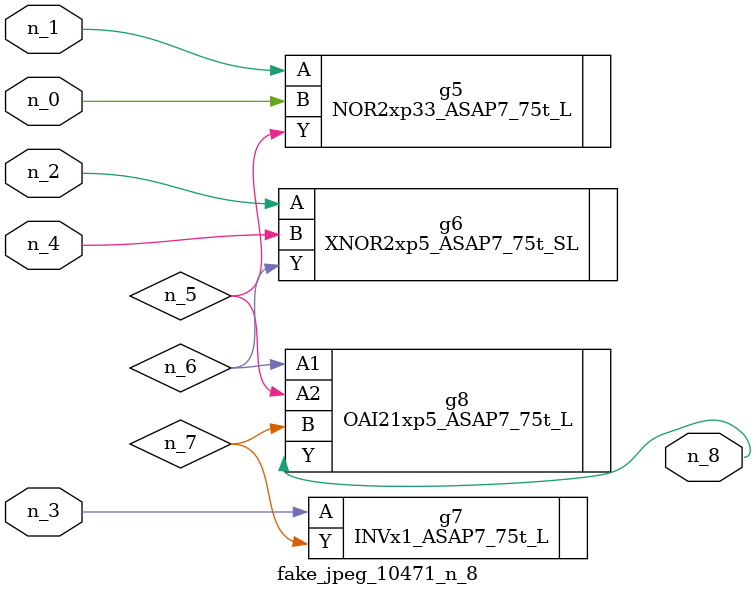
<source format=v>
module fake_jpeg_10471_n_8 (n_3, n_2, n_1, n_0, n_4, n_8);

input n_3;
input n_2;
input n_1;
input n_0;
input n_4;

output n_8;

wire n_6;
wire n_5;
wire n_7;

NOR2xp33_ASAP7_75t_L g5 ( 
.A(n_1),
.B(n_0),
.Y(n_5)
);

XNOR2xp5_ASAP7_75t_SL g6 ( 
.A(n_2),
.B(n_4),
.Y(n_6)
);

INVx1_ASAP7_75t_L g7 ( 
.A(n_3),
.Y(n_7)
);

OAI21xp5_ASAP7_75t_L g8 ( 
.A1(n_6),
.A2(n_5),
.B(n_7),
.Y(n_8)
);


endmodule
</source>
